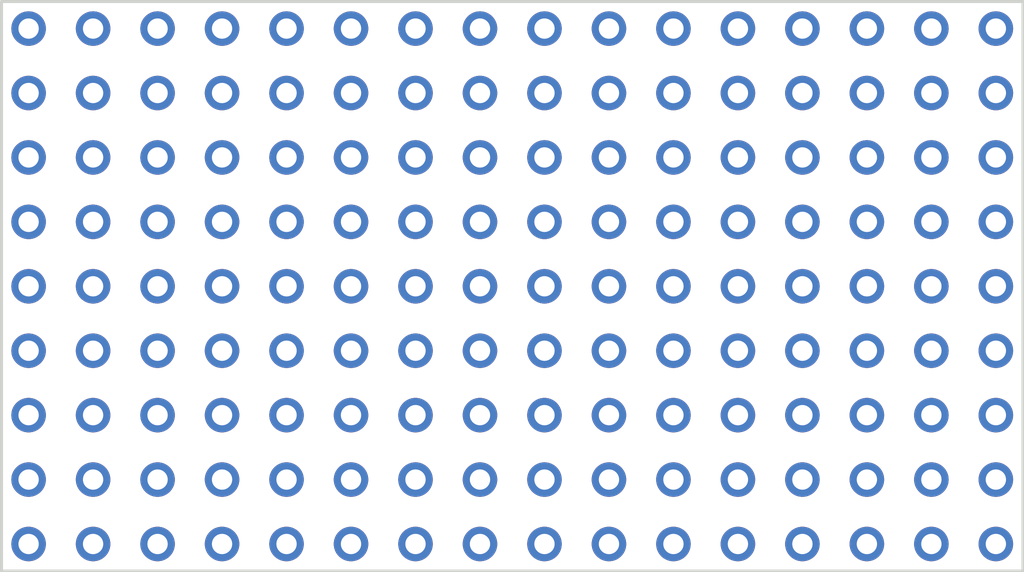
<source format=kicad_pcb>
(kicad_pcb (version 20171130) (host pcbnew "(5.0.0-rc2-dev-175-gd52491c)")

  (general
    (thickness 1.6)
    (drawings 4)
    (tracks 0)
    (zones 0)
    (modules 1)
    (nets 145)
  )

  (page A4)
  (layers
    (0 F.Cu signal)
    (31 B.Cu signal)
    (32 B.Adhes user)
    (33 F.Adhes user)
    (34 B.Paste user)
    (35 F.Paste user)
    (36 B.SilkS user)
    (37 F.SilkS user)
    (38 B.Mask user)
    (39 F.Mask user)
    (40 Dwgs.User user)
    (41 Cmts.User user)
    (42 Eco1.User user)
    (43 Eco2.User user)
    (44 Edge.Cuts user)
    (45 Margin user)
    (46 B.CrtYd user)
    (47 F.CrtYd user)
    (48 B.Fab user)
    (49 F.Fab user)
  )

  (setup
    (last_trace_width 0.25)
    (trace_clearance 0.2)
    (zone_clearance 0.508)
    (zone_45_only no)
    (trace_min 0.13)
    (segment_width 0.2)
    (edge_width 0.15)
    (via_size 0.6)
    (via_drill 0.4)
    (via_min_size 0.465)
    (via_min_drill 0.305)
    (uvia_size 0.51)
    (uvia_drill 0.13)
    (uvias_allowed yes)
    (uvia_min_size 0.18)
    (uvia_min_drill 0.1)
    (pcb_text_width 0.3)
    (pcb_text_size 1.5 1.5)
    (mod_edge_width 0.15)
    (mod_text_size 1 1)
    (mod_text_width 0.15)
    (pad_size 1.524 1.524)
    (pad_drill 0.762)
    (pad_to_mask_clearance 0.2)
    (aux_axis_origin 0 0)
    (visible_elements FFFFFF7F)
    (pcbplotparams
      (layerselection 0x010f0_ffffffff)
      (usegerberextensions true)
      (usegerberattributes false)
      (usegerberadvancedattributes false)
      (creategerberjobfile false)
      (excludeedgelayer true)
      (linewidth 0.100000)
      (plotframeref false)
      (viasonmask false)
      (mode 1)
      (useauxorigin false)
      (hpglpennumber 1)
      (hpglpenspeed 20)
      (hpglpendiameter 15)
      (psnegative false)
      (psa4output false)
      (plotreference true)
      (plotvalue true)
      (plotinvisibletext false)
      (padsonsilk false)
      (subtractmaskfromsilk false)
      (outputformat 1)
      (mirror false)
      (drillshape 0)
      (scaleselection 1)
      (outputdirectory ""))
  )

  (net 0 "")
  (net 1 "Net-(J1-Pad101)")
  (net 2 "Net-(J1-Pad102)")
  (net 3 "Net-(J1-Pad103)")
  (net 4 "Net-(J1-Pad104)")
  (net 5 "Net-(J1-Pad105)")
  (net 6 "Net-(J1-Pad106)")
  (net 7 "Net-(J1-Pad107)")
  (net 8 "Net-(J1-Pad108)")
  (net 9 "Net-(J1-Pad109)")
  (net 10 "Net-(J1-Pad110)")
  (net 11 "Net-(J1-Pad111)")
  (net 12 "Net-(J1-Pad112)")
  (net 13 "Net-(J1-Pad113)")
  (net 14 "Net-(J1-Pad114)")
  (net 15 "Net-(J1-Pad115)")
  (net 16 "Net-(J1-Pad116)")
  (net 17 "Net-(J1-Pad201)")
  (net 18 "Net-(J1-Pad202)")
  (net 19 "Net-(J1-Pad203)")
  (net 20 "Net-(J1-Pad204)")
  (net 21 "Net-(J1-Pad205)")
  (net 22 "Net-(J1-Pad206)")
  (net 23 "Net-(J1-Pad207)")
  (net 24 "Net-(J1-Pad208)")
  (net 25 "Net-(J1-Pad209)")
  (net 26 "Net-(J1-Pad210)")
  (net 27 "Net-(J1-Pad211)")
  (net 28 "Net-(J1-Pad212)")
  (net 29 "Net-(J1-Pad213)")
  (net 30 "Net-(J1-Pad214)")
  (net 31 "Net-(J1-Pad215)")
  (net 32 "Net-(J1-Pad216)")
  (net 33 "Net-(J1-Pad301)")
  (net 34 "Net-(J1-Pad302)")
  (net 35 "Net-(J1-Pad303)")
  (net 36 "Net-(J1-Pad304)")
  (net 37 "Net-(J1-Pad305)")
  (net 38 "Net-(J1-Pad306)")
  (net 39 "Net-(J1-Pad307)")
  (net 40 "Net-(J1-Pad308)")
  (net 41 "Net-(J1-Pad309)")
  (net 42 "Net-(J1-Pad310)")
  (net 43 "Net-(J1-Pad311)")
  (net 44 "Net-(J1-Pad312)")
  (net 45 "Net-(J1-Pad313)")
  (net 46 "Net-(J1-Pad314)")
  (net 47 "Net-(J1-Pad315)")
  (net 48 "Net-(J1-Pad316)")
  (net 49 "Net-(J1-Pad401)")
  (net 50 "Net-(J1-Pad402)")
  (net 51 "Net-(J1-Pad403)")
  (net 52 "Net-(J1-Pad404)")
  (net 53 "Net-(J1-Pad405)")
  (net 54 "Net-(J1-Pad406)")
  (net 55 "Net-(J1-Pad407)")
  (net 56 "Net-(J1-Pad408)")
  (net 57 "Net-(J1-Pad409)")
  (net 58 "Net-(J1-Pad410)")
  (net 59 "Net-(J1-Pad411)")
  (net 60 "Net-(J1-Pad412)")
  (net 61 "Net-(J1-Pad413)")
  (net 62 "Net-(J1-Pad414)")
  (net 63 "Net-(J1-Pad415)")
  (net 64 "Net-(J1-Pad416)")
  (net 65 "Net-(J1-Pad501)")
  (net 66 "Net-(J1-Pad502)")
  (net 67 "Net-(J1-Pad503)")
  (net 68 "Net-(J1-Pad504)")
  (net 69 "Net-(J1-Pad505)")
  (net 70 "Net-(J1-Pad506)")
  (net 71 "Net-(J1-Pad507)")
  (net 72 "Net-(J1-Pad508)")
  (net 73 "Net-(J1-Pad509)")
  (net 74 "Net-(J1-Pad510)")
  (net 75 "Net-(J1-Pad511)")
  (net 76 "Net-(J1-Pad512)")
  (net 77 "Net-(J1-Pad513)")
  (net 78 "Net-(J1-Pad514)")
  (net 79 "Net-(J1-Pad515)")
  (net 80 "Net-(J1-Pad516)")
  (net 81 "Net-(J1-Pad601)")
  (net 82 "Net-(J1-Pad602)")
  (net 83 "Net-(J1-Pad603)")
  (net 84 "Net-(J1-Pad604)")
  (net 85 "Net-(J1-Pad605)")
  (net 86 "Net-(J1-Pad606)")
  (net 87 "Net-(J1-Pad607)")
  (net 88 "Net-(J1-Pad608)")
  (net 89 "Net-(J1-Pad609)")
  (net 90 "Net-(J1-Pad610)")
  (net 91 "Net-(J1-Pad611)")
  (net 92 "Net-(J1-Pad612)")
  (net 93 "Net-(J1-Pad613)")
  (net 94 "Net-(J1-Pad614)")
  (net 95 "Net-(J1-Pad615)")
  (net 96 "Net-(J1-Pad616)")
  (net 97 "Net-(J1-Pad701)")
  (net 98 "Net-(J1-Pad702)")
  (net 99 "Net-(J1-Pad703)")
  (net 100 "Net-(J1-Pad704)")
  (net 101 "Net-(J1-Pad705)")
  (net 102 "Net-(J1-Pad706)")
  (net 103 "Net-(J1-Pad707)")
  (net 104 "Net-(J1-Pad708)")
  (net 105 "Net-(J1-Pad709)")
  (net 106 "Net-(J1-Pad710)")
  (net 107 "Net-(J1-Pad711)")
  (net 108 "Net-(J1-Pad712)")
  (net 109 "Net-(J1-Pad713)")
  (net 110 "Net-(J1-Pad714)")
  (net 111 "Net-(J1-Pad715)")
  (net 112 "Net-(J1-Pad716)")
  (net 113 "Net-(J1-Pad801)")
  (net 114 "Net-(J1-Pad802)")
  (net 115 "Net-(J1-Pad803)")
  (net 116 "Net-(J1-Pad804)")
  (net 117 "Net-(J1-Pad805)")
  (net 118 "Net-(J1-Pad806)")
  (net 119 "Net-(J1-Pad807)")
  (net 120 "Net-(J1-Pad808)")
  (net 121 "Net-(J1-Pad809)")
  (net 122 "Net-(J1-Pad810)")
  (net 123 "Net-(J1-Pad811)")
  (net 124 "Net-(J1-Pad812)")
  (net 125 "Net-(J1-Pad813)")
  (net 126 "Net-(J1-Pad814)")
  (net 127 "Net-(J1-Pad815)")
  (net 128 "Net-(J1-Pad816)")
  (net 129 "Net-(J1-Pad901)")
  (net 130 "Net-(J1-Pad902)")
  (net 131 "Net-(J1-Pad903)")
  (net 132 "Net-(J1-Pad904)")
  (net 133 "Net-(J1-Pad905)")
  (net 134 "Net-(J1-Pad906)")
  (net 135 "Net-(J1-Pad907)")
  (net 136 "Net-(J1-Pad908)")
  (net 137 "Net-(J1-Pad909)")
  (net 138 "Net-(J1-Pad910)")
  (net 139 "Net-(J1-Pad911)")
  (net 140 "Net-(J1-Pad912)")
  (net 141 "Net-(J1-Pad913)")
  (net 142 "Net-(J1-Pad914)")
  (net 143 "Net-(J1-Pad915)")
  (net 144 "Net-(J1-Pad916)")

  (net_class Default "This is the default net class."
    (clearance 0.2)
    (trace_width 0.25)
    (via_dia 0.6)
    (via_drill 0.4)
    (uvia_dia 0.51)
    (uvia_drill 0.13)
    (add_net "Net-(J1-Pad101)")
    (add_net "Net-(J1-Pad102)")
    (add_net "Net-(J1-Pad103)")
    (add_net "Net-(J1-Pad104)")
    (add_net "Net-(J1-Pad105)")
    (add_net "Net-(J1-Pad106)")
    (add_net "Net-(J1-Pad107)")
    (add_net "Net-(J1-Pad108)")
    (add_net "Net-(J1-Pad109)")
    (add_net "Net-(J1-Pad110)")
    (add_net "Net-(J1-Pad111)")
    (add_net "Net-(J1-Pad112)")
    (add_net "Net-(J1-Pad113)")
    (add_net "Net-(J1-Pad114)")
    (add_net "Net-(J1-Pad115)")
    (add_net "Net-(J1-Pad116)")
    (add_net "Net-(J1-Pad201)")
    (add_net "Net-(J1-Pad202)")
    (add_net "Net-(J1-Pad203)")
    (add_net "Net-(J1-Pad204)")
    (add_net "Net-(J1-Pad205)")
    (add_net "Net-(J1-Pad206)")
    (add_net "Net-(J1-Pad207)")
    (add_net "Net-(J1-Pad208)")
    (add_net "Net-(J1-Pad209)")
    (add_net "Net-(J1-Pad210)")
    (add_net "Net-(J1-Pad211)")
    (add_net "Net-(J1-Pad212)")
    (add_net "Net-(J1-Pad213)")
    (add_net "Net-(J1-Pad214)")
    (add_net "Net-(J1-Pad215)")
    (add_net "Net-(J1-Pad216)")
    (add_net "Net-(J1-Pad301)")
    (add_net "Net-(J1-Pad302)")
    (add_net "Net-(J1-Pad303)")
    (add_net "Net-(J1-Pad304)")
    (add_net "Net-(J1-Pad305)")
    (add_net "Net-(J1-Pad306)")
    (add_net "Net-(J1-Pad307)")
    (add_net "Net-(J1-Pad308)")
    (add_net "Net-(J1-Pad309)")
    (add_net "Net-(J1-Pad310)")
    (add_net "Net-(J1-Pad311)")
    (add_net "Net-(J1-Pad312)")
    (add_net "Net-(J1-Pad313)")
    (add_net "Net-(J1-Pad314)")
    (add_net "Net-(J1-Pad315)")
    (add_net "Net-(J1-Pad316)")
    (add_net "Net-(J1-Pad401)")
    (add_net "Net-(J1-Pad402)")
    (add_net "Net-(J1-Pad403)")
    (add_net "Net-(J1-Pad404)")
    (add_net "Net-(J1-Pad405)")
    (add_net "Net-(J1-Pad406)")
    (add_net "Net-(J1-Pad407)")
    (add_net "Net-(J1-Pad408)")
    (add_net "Net-(J1-Pad409)")
    (add_net "Net-(J1-Pad410)")
    (add_net "Net-(J1-Pad411)")
    (add_net "Net-(J1-Pad412)")
    (add_net "Net-(J1-Pad413)")
    (add_net "Net-(J1-Pad414)")
    (add_net "Net-(J1-Pad415)")
    (add_net "Net-(J1-Pad416)")
    (add_net "Net-(J1-Pad501)")
    (add_net "Net-(J1-Pad502)")
    (add_net "Net-(J1-Pad503)")
    (add_net "Net-(J1-Pad504)")
    (add_net "Net-(J1-Pad505)")
    (add_net "Net-(J1-Pad506)")
    (add_net "Net-(J1-Pad507)")
    (add_net "Net-(J1-Pad508)")
    (add_net "Net-(J1-Pad509)")
    (add_net "Net-(J1-Pad510)")
    (add_net "Net-(J1-Pad511)")
    (add_net "Net-(J1-Pad512)")
    (add_net "Net-(J1-Pad513)")
    (add_net "Net-(J1-Pad514)")
    (add_net "Net-(J1-Pad515)")
    (add_net "Net-(J1-Pad516)")
    (add_net "Net-(J1-Pad601)")
    (add_net "Net-(J1-Pad602)")
    (add_net "Net-(J1-Pad603)")
    (add_net "Net-(J1-Pad604)")
    (add_net "Net-(J1-Pad605)")
    (add_net "Net-(J1-Pad606)")
    (add_net "Net-(J1-Pad607)")
    (add_net "Net-(J1-Pad608)")
    (add_net "Net-(J1-Pad609)")
    (add_net "Net-(J1-Pad610)")
    (add_net "Net-(J1-Pad611)")
    (add_net "Net-(J1-Pad612)")
    (add_net "Net-(J1-Pad613)")
    (add_net "Net-(J1-Pad614)")
    (add_net "Net-(J1-Pad615)")
    (add_net "Net-(J1-Pad616)")
    (add_net "Net-(J1-Pad701)")
    (add_net "Net-(J1-Pad702)")
    (add_net "Net-(J1-Pad703)")
    (add_net "Net-(J1-Pad704)")
    (add_net "Net-(J1-Pad705)")
    (add_net "Net-(J1-Pad706)")
    (add_net "Net-(J1-Pad707)")
    (add_net "Net-(J1-Pad708)")
    (add_net "Net-(J1-Pad709)")
    (add_net "Net-(J1-Pad710)")
    (add_net "Net-(J1-Pad711)")
    (add_net "Net-(J1-Pad712)")
    (add_net "Net-(J1-Pad713)")
    (add_net "Net-(J1-Pad714)")
    (add_net "Net-(J1-Pad715)")
    (add_net "Net-(J1-Pad716)")
    (add_net "Net-(J1-Pad801)")
    (add_net "Net-(J1-Pad802)")
    (add_net "Net-(J1-Pad803)")
    (add_net "Net-(J1-Pad804)")
    (add_net "Net-(J1-Pad805)")
    (add_net "Net-(J1-Pad806)")
    (add_net "Net-(J1-Pad807)")
    (add_net "Net-(J1-Pad808)")
    (add_net "Net-(J1-Pad809)")
    (add_net "Net-(J1-Pad810)")
    (add_net "Net-(J1-Pad811)")
    (add_net "Net-(J1-Pad812)")
    (add_net "Net-(J1-Pad813)")
    (add_net "Net-(J1-Pad814)")
    (add_net "Net-(J1-Pad815)")
    (add_net "Net-(J1-Pad816)")
    (add_net "Net-(J1-Pad901)")
    (add_net "Net-(J1-Pad902)")
    (add_net "Net-(J1-Pad903)")
    (add_net "Net-(J1-Pad904)")
    (add_net "Net-(J1-Pad905)")
    (add_net "Net-(J1-Pad906)")
    (add_net "Net-(J1-Pad907)")
    (add_net "Net-(J1-Pad908)")
    (add_net "Net-(J1-Pad909)")
    (add_net "Net-(J1-Pad910)")
    (add_net "Net-(J1-Pad911)")
    (add_net "Net-(J1-Pad912)")
    (add_net "Net-(J1-Pad913)")
    (add_net "Net-(J1-Pad914)")
    (add_net "Net-(J1-Pad915)")
    (add_net "Net-(J1-Pad916)")
  )

  (module agc_footprints:Conn_09x16_M (layer F.Cu) (tedit 5AA5CA12) (tstamp 5AA6592C)
    (at 144.4625 100.1395)
    (path /5AA91AC3)
    (fp_text reference J1 (at 0 14.2875) (layer F.SilkS) hide
      (effects (font (size 1 1) (thickness 0.15)))
    )
    (fp_text value Conn_09x16 (at 0 -14.2875) (layer F.Fab) hide
      (effects (font (size 1 1) (thickness 0.15)))
    )
    (fp_text user J** (at 0 14.2875) (layer B.SilkS) hide
      (effects (font (size 1 1) (thickness 0.15)) (justify mirror))
    )
    (pad 916 thru_hole circle (at 23.8125 12.7) (size 1.7 1.7) (drill 1) (layers *.Cu *.Mask)
      (net 144 "Net-(J1-Pad916)"))
    (pad 915 thru_hole circle (at 20.6375 12.7) (size 1.7 1.7) (drill 1) (layers *.Cu *.Mask)
      (net 143 "Net-(J1-Pad915)"))
    (pad 914 thru_hole circle (at 17.4625 12.7) (size 1.7 1.7) (drill 1) (layers *.Cu *.Mask)
      (net 142 "Net-(J1-Pad914)"))
    (pad 913 thru_hole circle (at 14.2875 12.7) (size 1.7 1.7) (drill 1) (layers *.Cu *.Mask)
      (net 141 "Net-(J1-Pad913)"))
    (pad 912 thru_hole circle (at 11.1125 12.7) (size 1.7 1.7) (drill 1) (layers *.Cu *.Mask)
      (net 140 "Net-(J1-Pad912)"))
    (pad 911 thru_hole circle (at 7.9375 12.7) (size 1.7 1.7) (drill 1) (layers *.Cu *.Mask)
      (net 139 "Net-(J1-Pad911)"))
    (pad 910 thru_hole circle (at 4.7625 12.7) (size 1.7 1.7) (drill 1) (layers *.Cu *.Mask)
      (net 138 "Net-(J1-Pad910)"))
    (pad 909 thru_hole circle (at 1.5875 12.7) (size 1.7 1.7) (drill 1) (layers *.Cu *.Mask)
      (net 137 "Net-(J1-Pad909)"))
    (pad 908 thru_hole circle (at -1.5875 12.7) (size 1.7 1.7) (drill 1) (layers *.Cu *.Mask)
      (net 136 "Net-(J1-Pad908)"))
    (pad 907 thru_hole circle (at -4.7625 12.7) (size 1.7 1.7) (drill 1) (layers *.Cu *.Mask)
      (net 135 "Net-(J1-Pad907)"))
    (pad 906 thru_hole circle (at -7.9375 12.7) (size 1.7 1.7) (drill 1) (layers *.Cu *.Mask)
      (net 134 "Net-(J1-Pad906)"))
    (pad 905 thru_hole circle (at -11.1125 12.7) (size 1.7 1.7) (drill 1) (layers *.Cu *.Mask)
      (net 133 "Net-(J1-Pad905)"))
    (pad 904 thru_hole circle (at -14.2875 12.7) (size 1.7 1.7) (drill 1) (layers *.Cu *.Mask)
      (net 132 "Net-(J1-Pad904)"))
    (pad 903 thru_hole circle (at -17.4625 12.7) (size 1.7 1.7) (drill 1) (layers *.Cu *.Mask)
      (net 131 "Net-(J1-Pad903)"))
    (pad 902 thru_hole circle (at -20.6375 12.7) (size 1.7 1.7) (drill 1) (layers *.Cu *.Mask)
      (net 130 "Net-(J1-Pad902)"))
    (pad 901 thru_hole circle (at -23.8125 12.7) (size 1.7 1.7) (drill 1) (layers *.Cu *.Mask)
      (net 129 "Net-(J1-Pad901)"))
    (pad 816 thru_hole circle (at 23.8125 9.525) (size 1.7 1.7) (drill 1) (layers *.Cu *.Mask)
      (net 128 "Net-(J1-Pad816)"))
    (pad 815 thru_hole circle (at 20.6375 9.525) (size 1.7 1.7) (drill 1) (layers *.Cu *.Mask)
      (net 127 "Net-(J1-Pad815)"))
    (pad 814 thru_hole circle (at 17.4625 9.525) (size 1.7 1.7) (drill 1) (layers *.Cu *.Mask)
      (net 126 "Net-(J1-Pad814)"))
    (pad 813 thru_hole circle (at 14.2875 9.525) (size 1.7 1.7) (drill 1) (layers *.Cu *.Mask)
      (net 125 "Net-(J1-Pad813)"))
    (pad 812 thru_hole circle (at 11.1125 9.525) (size 1.7 1.7) (drill 1) (layers *.Cu *.Mask)
      (net 124 "Net-(J1-Pad812)"))
    (pad 811 thru_hole circle (at 7.9375 9.525) (size 1.7 1.7) (drill 1) (layers *.Cu *.Mask)
      (net 123 "Net-(J1-Pad811)"))
    (pad 810 thru_hole circle (at 4.7625 9.525) (size 1.7 1.7) (drill 1) (layers *.Cu *.Mask)
      (net 122 "Net-(J1-Pad810)"))
    (pad 809 thru_hole circle (at 1.5875 9.525) (size 1.7 1.7) (drill 1) (layers *.Cu *.Mask)
      (net 121 "Net-(J1-Pad809)"))
    (pad 808 thru_hole circle (at -1.5875 9.525) (size 1.7 1.7) (drill 1) (layers *.Cu *.Mask)
      (net 120 "Net-(J1-Pad808)"))
    (pad 807 thru_hole circle (at -4.7625 9.525) (size 1.7 1.7) (drill 1) (layers *.Cu *.Mask)
      (net 119 "Net-(J1-Pad807)"))
    (pad 806 thru_hole circle (at -7.9375 9.525) (size 1.7 1.7) (drill 1) (layers *.Cu *.Mask)
      (net 118 "Net-(J1-Pad806)"))
    (pad 805 thru_hole circle (at -11.1125 9.525) (size 1.7 1.7) (drill 1) (layers *.Cu *.Mask)
      (net 117 "Net-(J1-Pad805)"))
    (pad 804 thru_hole circle (at -14.2875 9.525) (size 1.7 1.7) (drill 1) (layers *.Cu *.Mask)
      (net 116 "Net-(J1-Pad804)"))
    (pad 803 thru_hole circle (at -17.4625 9.525) (size 1.7 1.7) (drill 1) (layers *.Cu *.Mask)
      (net 115 "Net-(J1-Pad803)"))
    (pad 802 thru_hole circle (at -20.6375 9.525) (size 1.7 1.7) (drill 1) (layers *.Cu *.Mask)
      (net 114 "Net-(J1-Pad802)"))
    (pad 801 thru_hole circle (at -23.8125 9.525) (size 1.7 1.7) (drill 1) (layers *.Cu *.Mask)
      (net 113 "Net-(J1-Pad801)"))
    (pad 716 thru_hole circle (at 23.8125 6.35) (size 1.7 1.7) (drill 1) (layers *.Cu *.Mask)
      (net 112 "Net-(J1-Pad716)"))
    (pad 715 thru_hole circle (at 20.6375 6.35) (size 1.7 1.7) (drill 1) (layers *.Cu *.Mask)
      (net 111 "Net-(J1-Pad715)"))
    (pad 714 thru_hole circle (at 17.4625 6.35) (size 1.7 1.7) (drill 1) (layers *.Cu *.Mask)
      (net 110 "Net-(J1-Pad714)"))
    (pad 713 thru_hole circle (at 14.2875 6.35) (size 1.7 1.7) (drill 1) (layers *.Cu *.Mask)
      (net 109 "Net-(J1-Pad713)"))
    (pad 712 thru_hole circle (at 11.1125 6.35) (size 1.7 1.7) (drill 1) (layers *.Cu *.Mask)
      (net 108 "Net-(J1-Pad712)"))
    (pad 711 thru_hole circle (at 7.9375 6.35) (size 1.7 1.7) (drill 1) (layers *.Cu *.Mask)
      (net 107 "Net-(J1-Pad711)"))
    (pad 710 thru_hole circle (at 4.7625 6.35) (size 1.7 1.7) (drill 1) (layers *.Cu *.Mask)
      (net 106 "Net-(J1-Pad710)"))
    (pad 709 thru_hole circle (at 1.5875 6.35) (size 1.7 1.7) (drill 1) (layers *.Cu *.Mask)
      (net 105 "Net-(J1-Pad709)"))
    (pad 708 thru_hole circle (at -1.5875 6.35) (size 1.7 1.7) (drill 1) (layers *.Cu *.Mask)
      (net 104 "Net-(J1-Pad708)"))
    (pad 707 thru_hole circle (at -4.7625 6.35) (size 1.7 1.7) (drill 1) (layers *.Cu *.Mask)
      (net 103 "Net-(J1-Pad707)"))
    (pad 706 thru_hole circle (at -7.9375 6.35) (size 1.7 1.7) (drill 1) (layers *.Cu *.Mask)
      (net 102 "Net-(J1-Pad706)"))
    (pad 705 thru_hole circle (at -11.1125 6.35) (size 1.7 1.7) (drill 1) (layers *.Cu *.Mask)
      (net 101 "Net-(J1-Pad705)"))
    (pad 704 thru_hole circle (at -14.2875 6.35) (size 1.7 1.7) (drill 1) (layers *.Cu *.Mask)
      (net 100 "Net-(J1-Pad704)"))
    (pad 703 thru_hole circle (at -17.4625 6.35) (size 1.7 1.7) (drill 1) (layers *.Cu *.Mask)
      (net 99 "Net-(J1-Pad703)"))
    (pad 702 thru_hole circle (at -20.6375 6.35) (size 1.7 1.7) (drill 1) (layers *.Cu *.Mask)
      (net 98 "Net-(J1-Pad702)"))
    (pad 701 thru_hole circle (at -23.8125 6.35) (size 1.7 1.7) (drill 1) (layers *.Cu *.Mask)
      (net 97 "Net-(J1-Pad701)"))
    (pad 616 thru_hole circle (at 23.8125 3.175) (size 1.7 1.7) (drill 1) (layers *.Cu *.Mask)
      (net 96 "Net-(J1-Pad616)"))
    (pad 615 thru_hole circle (at 20.6375 3.175) (size 1.7 1.7) (drill 1) (layers *.Cu *.Mask)
      (net 95 "Net-(J1-Pad615)"))
    (pad 614 thru_hole circle (at 17.4625 3.175) (size 1.7 1.7) (drill 1) (layers *.Cu *.Mask)
      (net 94 "Net-(J1-Pad614)"))
    (pad 613 thru_hole circle (at 14.2875 3.175) (size 1.7 1.7) (drill 1) (layers *.Cu *.Mask)
      (net 93 "Net-(J1-Pad613)"))
    (pad 612 thru_hole circle (at 11.1125 3.175) (size 1.7 1.7) (drill 1) (layers *.Cu *.Mask)
      (net 92 "Net-(J1-Pad612)"))
    (pad 611 thru_hole circle (at 7.9375 3.175) (size 1.7 1.7) (drill 1) (layers *.Cu *.Mask)
      (net 91 "Net-(J1-Pad611)"))
    (pad 610 thru_hole circle (at 4.7625 3.175) (size 1.7 1.7) (drill 1) (layers *.Cu *.Mask)
      (net 90 "Net-(J1-Pad610)"))
    (pad 609 thru_hole circle (at 1.5875 3.175) (size 1.7 1.7) (drill 1) (layers *.Cu *.Mask)
      (net 89 "Net-(J1-Pad609)"))
    (pad 608 thru_hole circle (at -1.5875 3.175) (size 1.7 1.7) (drill 1) (layers *.Cu *.Mask)
      (net 88 "Net-(J1-Pad608)"))
    (pad 607 thru_hole circle (at -4.7625 3.175) (size 1.7 1.7) (drill 1) (layers *.Cu *.Mask)
      (net 87 "Net-(J1-Pad607)"))
    (pad 606 thru_hole circle (at -7.9375 3.175) (size 1.7 1.7) (drill 1) (layers *.Cu *.Mask)
      (net 86 "Net-(J1-Pad606)"))
    (pad 605 thru_hole circle (at -11.1125 3.175) (size 1.7 1.7) (drill 1) (layers *.Cu *.Mask)
      (net 85 "Net-(J1-Pad605)"))
    (pad 604 thru_hole circle (at -14.2875 3.175) (size 1.7 1.7) (drill 1) (layers *.Cu *.Mask)
      (net 84 "Net-(J1-Pad604)"))
    (pad 603 thru_hole circle (at -17.4625 3.175) (size 1.7 1.7) (drill 1) (layers *.Cu *.Mask)
      (net 83 "Net-(J1-Pad603)"))
    (pad 602 thru_hole circle (at -20.6375 3.175) (size 1.7 1.7) (drill 1) (layers *.Cu *.Mask)
      (net 82 "Net-(J1-Pad602)"))
    (pad 601 thru_hole circle (at -23.8125 3.175) (size 1.7 1.7) (drill 1) (layers *.Cu *.Mask)
      (net 81 "Net-(J1-Pad601)"))
    (pad 516 thru_hole circle (at 23.8125 0) (size 1.7 1.7) (drill 1) (layers *.Cu *.Mask)
      (net 80 "Net-(J1-Pad516)"))
    (pad 515 thru_hole circle (at 20.6375 0) (size 1.7 1.7) (drill 1) (layers *.Cu *.Mask)
      (net 79 "Net-(J1-Pad515)"))
    (pad 514 thru_hole circle (at 17.4625 0) (size 1.7 1.7) (drill 1) (layers *.Cu *.Mask)
      (net 78 "Net-(J1-Pad514)"))
    (pad 513 thru_hole circle (at 14.2875 0) (size 1.7 1.7) (drill 1) (layers *.Cu *.Mask)
      (net 77 "Net-(J1-Pad513)"))
    (pad 512 thru_hole circle (at 11.1125 0) (size 1.7 1.7) (drill 1) (layers *.Cu *.Mask)
      (net 76 "Net-(J1-Pad512)"))
    (pad 511 thru_hole circle (at 7.9375 0) (size 1.7 1.7) (drill 1) (layers *.Cu *.Mask)
      (net 75 "Net-(J1-Pad511)"))
    (pad 510 thru_hole circle (at 4.7625 0) (size 1.7 1.7) (drill 1) (layers *.Cu *.Mask)
      (net 74 "Net-(J1-Pad510)"))
    (pad 509 thru_hole circle (at 1.5875 0) (size 1.7 1.7) (drill 1) (layers *.Cu *.Mask)
      (net 73 "Net-(J1-Pad509)"))
    (pad 508 thru_hole circle (at -1.5875 0) (size 1.7 1.7) (drill 1) (layers *.Cu *.Mask)
      (net 72 "Net-(J1-Pad508)"))
    (pad 507 thru_hole circle (at -4.7625 0) (size 1.7 1.7) (drill 1) (layers *.Cu *.Mask)
      (net 71 "Net-(J1-Pad507)"))
    (pad 506 thru_hole circle (at -7.9375 0) (size 1.7 1.7) (drill 1) (layers *.Cu *.Mask)
      (net 70 "Net-(J1-Pad506)"))
    (pad 505 thru_hole circle (at -11.1125 0) (size 1.7 1.7) (drill 1) (layers *.Cu *.Mask)
      (net 69 "Net-(J1-Pad505)"))
    (pad 504 thru_hole circle (at -14.2875 0) (size 1.7 1.7) (drill 1) (layers *.Cu *.Mask)
      (net 68 "Net-(J1-Pad504)"))
    (pad 503 thru_hole circle (at -17.4625 0) (size 1.7 1.7) (drill 1) (layers *.Cu *.Mask)
      (net 67 "Net-(J1-Pad503)"))
    (pad 502 thru_hole circle (at -20.6375 0) (size 1.7 1.7) (drill 1) (layers *.Cu *.Mask)
      (net 66 "Net-(J1-Pad502)"))
    (pad 501 thru_hole circle (at -23.8125 0) (size 1.7 1.7) (drill 1) (layers *.Cu *.Mask)
      (net 65 "Net-(J1-Pad501)"))
    (pad 416 thru_hole circle (at 23.8125 -3.175) (size 1.7 1.7) (drill 1) (layers *.Cu *.Mask)
      (net 64 "Net-(J1-Pad416)"))
    (pad 415 thru_hole circle (at 20.6375 -3.175) (size 1.7 1.7) (drill 1) (layers *.Cu *.Mask)
      (net 63 "Net-(J1-Pad415)"))
    (pad 414 thru_hole circle (at 17.4625 -3.175) (size 1.7 1.7) (drill 1) (layers *.Cu *.Mask)
      (net 62 "Net-(J1-Pad414)"))
    (pad 413 thru_hole circle (at 14.2875 -3.175) (size 1.7 1.7) (drill 1) (layers *.Cu *.Mask)
      (net 61 "Net-(J1-Pad413)"))
    (pad 412 thru_hole circle (at 11.1125 -3.175) (size 1.7 1.7) (drill 1) (layers *.Cu *.Mask)
      (net 60 "Net-(J1-Pad412)"))
    (pad 411 thru_hole circle (at 7.9375 -3.175) (size 1.7 1.7) (drill 1) (layers *.Cu *.Mask)
      (net 59 "Net-(J1-Pad411)"))
    (pad 410 thru_hole circle (at 4.7625 -3.175) (size 1.7 1.7) (drill 1) (layers *.Cu *.Mask)
      (net 58 "Net-(J1-Pad410)"))
    (pad 409 thru_hole circle (at 1.5875 -3.175) (size 1.7 1.7) (drill 1) (layers *.Cu *.Mask)
      (net 57 "Net-(J1-Pad409)"))
    (pad 408 thru_hole circle (at -1.5875 -3.175) (size 1.7 1.7) (drill 1) (layers *.Cu *.Mask)
      (net 56 "Net-(J1-Pad408)"))
    (pad 407 thru_hole circle (at -4.7625 -3.175) (size 1.7 1.7) (drill 1) (layers *.Cu *.Mask)
      (net 55 "Net-(J1-Pad407)"))
    (pad 406 thru_hole circle (at -7.9375 -3.175) (size 1.7 1.7) (drill 1) (layers *.Cu *.Mask)
      (net 54 "Net-(J1-Pad406)"))
    (pad 405 thru_hole circle (at -11.1125 -3.175) (size 1.7 1.7) (drill 1) (layers *.Cu *.Mask)
      (net 53 "Net-(J1-Pad405)"))
    (pad 404 thru_hole circle (at -14.2875 -3.175) (size 1.7 1.7) (drill 1) (layers *.Cu *.Mask)
      (net 52 "Net-(J1-Pad404)"))
    (pad 403 thru_hole circle (at -17.4625 -3.175) (size 1.7 1.7) (drill 1) (layers *.Cu *.Mask)
      (net 51 "Net-(J1-Pad403)"))
    (pad 402 thru_hole circle (at -20.6375 -3.175) (size 1.7 1.7) (drill 1) (layers *.Cu *.Mask)
      (net 50 "Net-(J1-Pad402)"))
    (pad 401 thru_hole circle (at -23.8125 -3.175) (size 1.7 1.7) (drill 1) (layers *.Cu *.Mask)
      (net 49 "Net-(J1-Pad401)"))
    (pad 316 thru_hole circle (at 23.8125 -6.35) (size 1.7 1.7) (drill 1) (layers *.Cu *.Mask)
      (net 48 "Net-(J1-Pad316)"))
    (pad 315 thru_hole circle (at 20.6375 -6.35) (size 1.7 1.7) (drill 1) (layers *.Cu *.Mask)
      (net 47 "Net-(J1-Pad315)"))
    (pad 314 thru_hole circle (at 17.4625 -6.35) (size 1.7 1.7) (drill 1) (layers *.Cu *.Mask)
      (net 46 "Net-(J1-Pad314)"))
    (pad 313 thru_hole circle (at 14.2875 -6.35) (size 1.7 1.7) (drill 1) (layers *.Cu *.Mask)
      (net 45 "Net-(J1-Pad313)"))
    (pad 312 thru_hole circle (at 11.1125 -6.35) (size 1.7 1.7) (drill 1) (layers *.Cu *.Mask)
      (net 44 "Net-(J1-Pad312)"))
    (pad 311 thru_hole circle (at 7.9375 -6.35) (size 1.7 1.7) (drill 1) (layers *.Cu *.Mask)
      (net 43 "Net-(J1-Pad311)"))
    (pad 310 thru_hole circle (at 4.7625 -6.35) (size 1.7 1.7) (drill 1) (layers *.Cu *.Mask)
      (net 42 "Net-(J1-Pad310)"))
    (pad 309 thru_hole circle (at 1.5875 -6.35) (size 1.7 1.7) (drill 1) (layers *.Cu *.Mask)
      (net 41 "Net-(J1-Pad309)"))
    (pad 308 thru_hole circle (at -1.5875 -6.35) (size 1.7 1.7) (drill 1) (layers *.Cu *.Mask)
      (net 40 "Net-(J1-Pad308)"))
    (pad 307 thru_hole circle (at -4.7625 -6.35) (size 1.7 1.7) (drill 1) (layers *.Cu *.Mask)
      (net 39 "Net-(J1-Pad307)"))
    (pad 306 thru_hole circle (at -7.9375 -6.35) (size 1.7 1.7) (drill 1) (layers *.Cu *.Mask)
      (net 38 "Net-(J1-Pad306)"))
    (pad 305 thru_hole circle (at -11.1125 -6.35) (size 1.7 1.7) (drill 1) (layers *.Cu *.Mask)
      (net 37 "Net-(J1-Pad305)"))
    (pad 304 thru_hole circle (at -14.2875 -6.35) (size 1.7 1.7) (drill 1) (layers *.Cu *.Mask)
      (net 36 "Net-(J1-Pad304)"))
    (pad 303 thru_hole circle (at -17.4625 -6.35) (size 1.7 1.7) (drill 1) (layers *.Cu *.Mask)
      (net 35 "Net-(J1-Pad303)"))
    (pad 302 thru_hole circle (at -20.6375 -6.35) (size 1.7 1.7) (drill 1) (layers *.Cu *.Mask)
      (net 34 "Net-(J1-Pad302)"))
    (pad 301 thru_hole circle (at -23.8125 -6.35) (size 1.7 1.7) (drill 1) (layers *.Cu *.Mask)
      (net 33 "Net-(J1-Pad301)"))
    (pad 216 thru_hole circle (at 23.8125 -9.525) (size 1.7 1.7) (drill 1) (layers *.Cu *.Mask)
      (net 32 "Net-(J1-Pad216)"))
    (pad 215 thru_hole circle (at 20.6375 -9.525) (size 1.7 1.7) (drill 1) (layers *.Cu *.Mask)
      (net 31 "Net-(J1-Pad215)"))
    (pad 214 thru_hole circle (at 17.4625 -9.525) (size 1.7 1.7) (drill 1) (layers *.Cu *.Mask)
      (net 30 "Net-(J1-Pad214)"))
    (pad 213 thru_hole circle (at 14.2875 -9.525) (size 1.7 1.7) (drill 1) (layers *.Cu *.Mask)
      (net 29 "Net-(J1-Pad213)"))
    (pad 212 thru_hole circle (at 11.1125 -9.525) (size 1.7 1.7) (drill 1) (layers *.Cu *.Mask)
      (net 28 "Net-(J1-Pad212)"))
    (pad 211 thru_hole circle (at 7.9375 -9.525) (size 1.7 1.7) (drill 1) (layers *.Cu *.Mask)
      (net 27 "Net-(J1-Pad211)"))
    (pad 210 thru_hole circle (at 4.7625 -9.525) (size 1.7 1.7) (drill 1) (layers *.Cu *.Mask)
      (net 26 "Net-(J1-Pad210)"))
    (pad 209 thru_hole circle (at 1.5875 -9.525) (size 1.7 1.7) (drill 1) (layers *.Cu *.Mask)
      (net 25 "Net-(J1-Pad209)"))
    (pad 208 thru_hole circle (at -1.5875 -9.525) (size 1.7 1.7) (drill 1) (layers *.Cu *.Mask)
      (net 24 "Net-(J1-Pad208)"))
    (pad 207 thru_hole circle (at -4.7625 -9.525) (size 1.7 1.7) (drill 1) (layers *.Cu *.Mask)
      (net 23 "Net-(J1-Pad207)"))
    (pad 206 thru_hole circle (at -7.9375 -9.525) (size 1.7 1.7) (drill 1) (layers *.Cu *.Mask)
      (net 22 "Net-(J1-Pad206)"))
    (pad 205 thru_hole circle (at -11.1125 -9.525) (size 1.7 1.7) (drill 1) (layers *.Cu *.Mask)
      (net 21 "Net-(J1-Pad205)"))
    (pad 204 thru_hole circle (at -14.2875 -9.525) (size 1.7 1.7) (drill 1) (layers *.Cu *.Mask)
      (net 20 "Net-(J1-Pad204)"))
    (pad 203 thru_hole circle (at -17.4625 -9.525) (size 1.7 1.7) (drill 1) (layers *.Cu *.Mask)
      (net 19 "Net-(J1-Pad203)"))
    (pad 202 thru_hole circle (at -20.6375 -9.525) (size 1.7 1.7) (drill 1) (layers *.Cu *.Mask)
      (net 18 "Net-(J1-Pad202)"))
    (pad 201 thru_hole circle (at -23.8125 -9.525) (size 1.7 1.7) (drill 1) (layers *.Cu *.Mask)
      (net 17 "Net-(J1-Pad201)"))
    (pad 116 thru_hole circle (at 23.8125 -12.7) (size 1.7 1.7) (drill 1) (layers *.Cu *.Mask)
      (net 16 "Net-(J1-Pad116)"))
    (pad 115 thru_hole circle (at 20.6375 -12.7) (size 1.7 1.7) (drill 1) (layers *.Cu *.Mask)
      (net 15 "Net-(J1-Pad115)"))
    (pad 114 thru_hole circle (at 17.4625 -12.7) (size 1.7 1.7) (drill 1) (layers *.Cu *.Mask)
      (net 14 "Net-(J1-Pad114)"))
    (pad 113 thru_hole circle (at 14.2875 -12.7) (size 1.7 1.7) (drill 1) (layers *.Cu *.Mask)
      (net 13 "Net-(J1-Pad113)"))
    (pad 112 thru_hole circle (at 11.1125 -12.7) (size 1.7 1.7) (drill 1) (layers *.Cu *.Mask)
      (net 12 "Net-(J1-Pad112)"))
    (pad 111 thru_hole circle (at 7.9375 -12.7) (size 1.7 1.7) (drill 1) (layers *.Cu *.Mask)
      (net 11 "Net-(J1-Pad111)"))
    (pad 110 thru_hole circle (at 4.7625 -12.7) (size 1.7 1.7) (drill 1) (layers *.Cu *.Mask)
      (net 10 "Net-(J1-Pad110)"))
    (pad 109 thru_hole circle (at 1.5875 -12.7) (size 1.7 1.7) (drill 1) (layers *.Cu *.Mask)
      (net 9 "Net-(J1-Pad109)"))
    (pad 108 thru_hole circle (at -1.5875 -12.7) (size 1.7 1.7) (drill 1) (layers *.Cu *.Mask)
      (net 8 "Net-(J1-Pad108)"))
    (pad 107 thru_hole circle (at -4.7625 -12.7) (size 1.7 1.7) (drill 1) (layers *.Cu *.Mask)
      (net 7 "Net-(J1-Pad107)"))
    (pad 106 thru_hole circle (at -7.9375 -12.7) (size 1.7 1.7) (drill 1) (layers *.Cu *.Mask)
      (net 6 "Net-(J1-Pad106)"))
    (pad 105 thru_hole circle (at -11.1125 -12.7) (size 1.7 1.7) (drill 1) (layers *.Cu *.Mask)
      (net 5 "Net-(J1-Pad105)"))
    (pad 104 thru_hole circle (at -14.2875 -12.7) (size 1.7 1.7) (drill 1) (layers *.Cu *.Mask)
      (net 4 "Net-(J1-Pad104)"))
    (pad 103 thru_hole circle (at -17.4625 -12.7) (size 1.7 1.7) (drill 1) (layers *.Cu *.Mask)
      (net 3 "Net-(J1-Pad103)"))
    (pad 102 thru_hole circle (at -20.6375 -12.7) (size 1.7 1.7) (drill 1) (layers *.Cu *.Mask)
      (net 2 "Net-(J1-Pad102)"))
    (pad 101 thru_hole circle (at -23.8125 -12.7) (size 1.7 1.7) (drill 1) (layers *.Cu *.Mask)
      (net 1 "Net-(J1-Pad101)"))
  )

  (gr_line (start 119.3165 114.173) (end 119.3165 86.106) (layer Edge.Cuts) (width 0.15))
  (gr_line (start 169.6085 114.173) (end 119.3165 114.173) (layer Edge.Cuts) (width 0.15))
  (gr_line (start 169.6085 86.106) (end 169.6085 114.173) (layer Edge.Cuts) (width 0.15))
  (gr_line (start 119.3165 86.106) (end 169.6085 86.106) (layer Edge.Cuts) (width 0.15))

)

</source>
